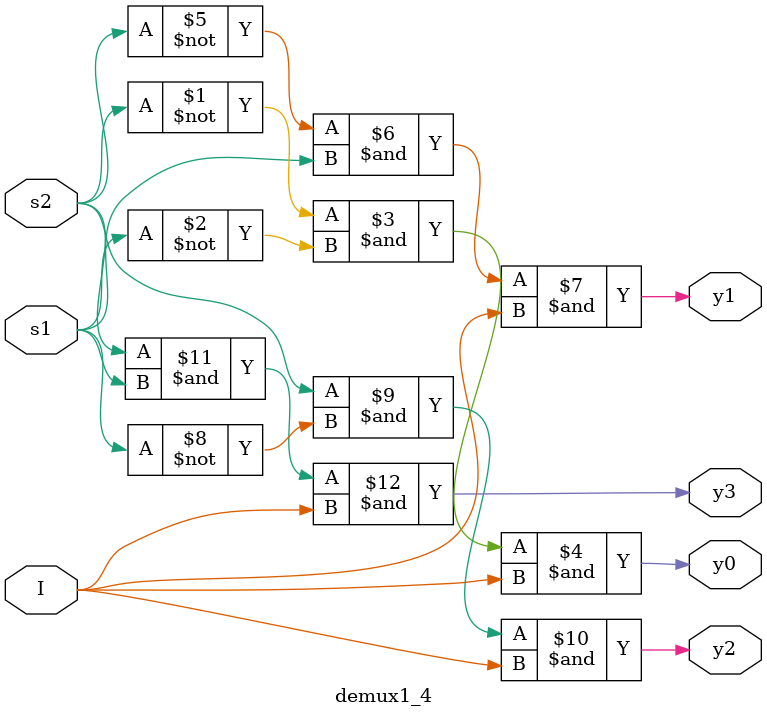
<source format=v>
module demux1_4(s2,s1,I,y0,y1,y2,y3);
	input s2,s1,I;
	output y0,y1,y2,y3;
	assign y0=(~s2)&(~s1)& I;
	assign y1=(~s2)& s1& I;
	assign y2=s2&(~s1)& I;
	assign y3=s2& s1 & I;
endmodule
</source>
